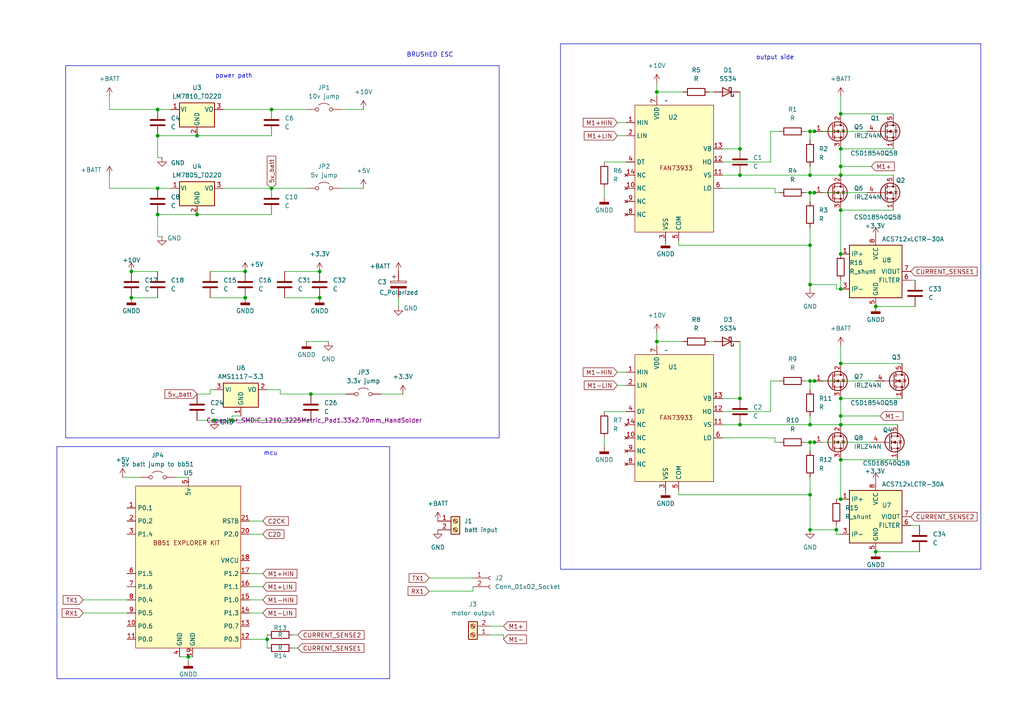
<source format=kicad_sch>
(kicad_sch (version 20231120) (generator "eeschema") (generator_version "8.0")
  (paper "A4")
  (title_block (title "brushed esc") (date "2024-09-01") (rev "2") (company "MakrX"))
  (lib_symbols
    (symbol "Connector:Conn_01x02_Socket" (pin_names (offset 1.016) hide)
      (property "Reference" "J" (at 0 2.54 0))
      (property "Value" "Conn_01x02_Socket" (at 0 -5.08 0))
      (symbol "Conn_01x02_Socket_1_1"
        (pin passive line (at -5.08 0 0) (length 3.81) (name "Pin_1") (number "1"))
        (pin passive line (at -5.08 -2.54 0) (length 3.81) (name "Pin_2") (number "2"))
      )
    )
    (symbol "Connector:Screw_Terminal_01x02" (pin_names (offset 1.016) hide)
      (property "Reference" "J" (at 0 2.54 0))
      (property "Value" "Screw_Terminal_01x02" (at 0 -5.08 0))
      (symbol "Screw_Terminal_01x02_1_1"
        (pin passive line (at -5.08 0 0) (length 3.81) (name "Pin_1") (number "1"))
        (pin passive line (at -5.08 -2.54 0) (length 3.81) (name "Pin_2") (number "2"))
      )
    )
    (symbol "Device:C" (pin_numbers hide) (pin_names (offset 0.254))
      (property "Reference" "C" (at 0.635 2.54 0))
      (property "Value" "C" (at 0.635 -2.54 0))
      (symbol "C_1_1"
        (pin passive line (at 0 3.81 270) (length 2.794) (name "~") (number "1"))
        (pin passive line (at 0 -3.81 90) (length 2.794) (name "~") (number "2"))
      )
    )
    (symbol "Device:C_Polarized" (pin_numbers hide) (pin_names (offset 0.254))
      (property "Reference" "C" (at 0.635 2.54 0))
      (property "Value" "C_Polarized" (at 0.635 -2.54 0))
      (symbol "C_Polarized_1_1"
        (pin passive line (at 0 3.81 270) (length 2.794) (name "~") (number "1"))
        (pin passive line (at 0 -3.81 90) (length 2.794) (name "~") (number "2"))
      )
    )
    (symbol "Device:R" (pin_numbers hide) (pin_names (offset 0))
      (property "Reference" "R" (at 2.032 0 90))
      (property "Value" "R" (at 0 0 90))
      (symbol "R_1_1"
        (pin passive line (at 0 3.81 270) (length 1.27) (name "~") (number "1"))
        (pin passive line (at 0 -3.81 90) (length 1.27) (name "~") (number "2"))
      )
    )
    (symbol "Diode:SS34" (pin_numbers hide) (pin_names (offset 1.016) hide)
      (property "Reference" "D" (at 0 2.54 0))
      (property "Value" "SS34" (at 0 -2.54 0))
      (symbol "SS34_1_1"
        (pin passive line (at -3.81 0 0) (length 2.54) (name "K") (number "1"))
        (pin passive line (at 3.81 0 180) (length 2.54) (name "A") (number "2"))
      )
    )
    (symbol "Jumper:Jumper_2_Open" (pin_numbers hide) (pin_names (offset 0) hide) (exclude_from_sim yes)
      (property "Reference" "JP" (at 0 2.794 0))
      (property "Value" "Jumper_2_Open" (at 0 -2.286 0))
      (symbol "Jumper_2_Open_1_1"
        (pin passive line (at -5.08 0 0) (length 2.54) (name "A") (number "1"))
        (pin passive line (at 5.08 0 180) (length 2.54) (name "B") (number "2"))
      )
    )
    (symbol "OWN:bb51"
      (property "Reference" "U" (at 9.906 -11.43 0))
      (symbol "bb51_1_1"
        (text "BB51 EXPLORER KIT\n" (at 9.652 -16.51 0) (effects (font (size 1.27 1.27))))
        (pin bidirectional line (at -7.62 -6.35 0) (length 2.54) (name "P0.1") (number "1"))
        (pin bidirectional line (at -7.62 -40.64 0) (length 2.54) (name "P0.6") (number "10"))
        (pin bidirectional line (at -7.62 -44.45 0) (length 2.54) (name "P0.0") (number "11"))
        (pin bidirectional line (at 27.94 -44.45 180) (length 2.54) (name "P0.3") (number "12"))
        (pin bidirectional line (at 27.94 -40.64 180) (length 2.54) (name "P0.7") (number "13"))
        (pin bidirectional line (at 27.94 -36.83 180) (length 2.54) (name "P1.3") (number "14"))
        (pin bidirectional line (at 27.94 -33.02 180) (length 2.54) (name "P1.0") (number "15"))
        (pin bidirectional line (at 27.94 -29.21 180) (length 2.54) (name "P1.1") (number "16"))
        (pin bidirectional line (at 27.94 -25.4 180) (length 2.54) (name "P1.2") (number "17"))
        (pin bidirectional line (at 27.94 -21.59 180) (length 2.54) (name "VMCU") (number "18"))
        (pin bidirectional line (at 11.43 -49.53 90) (length 2.54) (name "GND") (number "19"))
        (pin bidirectional line (at -7.62 -10.16 0) (length 2.54) (name "P0.2") (number "2"))
        (pin bidirectional line (at 27.94 -13.97 180) (length 2.54) (name "P2.0") (number "20"))
        (pin bidirectional line (at 27.94 -10.16 180) (length 2.54) (name "RSTB") (number "21"))
        (pin bidirectional line (at -7.62 -13.97 0) (length 2.54) (name "P1.4") (number "3"))
        (pin bidirectional line (at 7.62 -49.53 90) (length 2.54) (name "GND") (number "4"))
        (pin bidirectional line (at 10.16 2.54 270) (length 2.54) (name "5v") (number "5"))
        (pin bidirectional line (at -7.62 -25.4 0) (length 2.54) (name "P1.5") (number "6"))
        (pin bidirectional line (at -7.62 -29.21 0) (length 2.54) (name "P1.6") (number "7"))
        (pin bidirectional line (at -7.62 -33.02 0) (length 2.54) (name "P0.4") (number "8"))
        (pin bidirectional line (at -7.62 -36.83 0) (length 2.54) (name "P0.5") (number "9"))
      )
    )
    (symbol "Regulator_Linear:AMS1117-3.3"
      (property "Reference" "U" (at -3.81 3.175 0))
      (property "Value" "AMS1117-3.3" (at 0 3.175 0))
      (symbol "AMS1117-3.3_1_1"
        (pin power_in line (at 0 -7.62 90) (length 2.54) (name "GND") (number "1"))
        (pin power_out line (at 7.62 0 180) (length 2.54) (name "VO") (number "2"))
        (pin power_in line (at -7.62 0 0) (length 2.54) (name "VI") (number "3"))
      )
    )
    (symbol "Regulator_Linear:LM7810_TO220" (pin_names (offset 0.254))
      (property "Reference" "U" (at -3.81 3.175 0))
      (property "Value" "LM7810_TO220" (at 0 3.175 0))
      (symbol "LM7810_TO220_1_1"
        (pin power_in line (at -7.62 0 0) (length 2.54) (name "VI") (number "1"))
        (pin power_in line (at 0 -7.62 90) (length 2.54) (name "GND") (number "2"))
        (pin power_out line (at 7.62 0 180) (length 2.54) (name "VO") (number "3"))
      )
    )
    (symbol "Sensor_Current:ACS712xLCTR-30A"
      (property "Reference" "U" (at 2.54 11.43 0))
      (property "Value" "ACS712xLCTR-30A" (at 2.54 8.89 0))
      (symbol "ACS712xLCTR-30A_1_1"
        (pin passive line (at -10.16 5.08 0) (length 2.54) (name "IP+") (number "1"))
        (pin passive line (at -10.16 5.08 0) (length 2.54) hide (name "IP+") (number "2"))
        (pin passive line (at -10.16 -5.08 0) (length 2.54) (name "IP-") (number "3"))
        (pin passive line (at -10.16 -5.08 0) (length 2.54) hide (name "IP-") (number "4"))
        (pin power_in line (at 0 -10.16 90) (length 2.54) (name "GND") (number "5"))
        (pin passive line (at 10.16 -2.54 180) (length 2.54) (name "FILTER") (number "6"))
        (pin output line (at 10.16 0 180) (length 2.54) (name "VIOUT") (number "7"))
        (pin power_in line (at 0 10.16 270) (length 2.54) (name "VCC") (number "8"))
      )
    )
    (symbol "Transistor_FET:CSD18540Q5B" (pin_names hide)
      (property "Reference" "Q" (at 5.08 1.905 0))
      (property "Value" "CSD18540Q5B" (at 5.08 0 0))
      (symbol "CSD18540Q5B_1_1"
        (pin passive line (at 2.54 -5.08 90) (length 2.54) (name "S") (number "1"))
        (pin passive line (at 2.54 -5.08 90) (length 2.54) hide (name "S") (number "2"))
        (pin passive line (at 2.54 -5.08 90) (length 2.54) hide (name "S") (number "3"))
        (pin passive line (at -5.08 0 0) (length 2.54) (name "G") (number "4"))
        (pin passive line (at 2.54 5.08 270) (length 2.54) (name "D") (number "5"))
      )
    )
    (symbol "Transistor_FET:IRLZ44N" (pin_names hide)
      (property "Reference" "Q" (at 5.08 1.905 0))
      (property "Value" "IRLZ44N" (at 5.08 0 0))
      (symbol "IRLZ44N_1_1"
        (pin input line (at -5.08 0 0) (length 2.54) (name "G") (number "1"))
        (pin passive line (at 2.54 5.08 270) (length 2.54) (name "D") (number "2"))
        (pin passive line (at 2.54 -5.08 90) (length 2.54) (name "S") (number "3"))
      )
    )
    (symbol "fan73933gatedriveric_1"
      (property "Reference" "U" (at 14.986 1.524 0))
      (symbol "fan73933gatedriveric_1_1_1"
        (text "FAN73933\n" (at 6.858 -18.288 0) (effects (font (size 1.27 1.27))))
        (pin input line (at -7.62 -5.08 0) (length 2.54) (name "HIN") (number "1"))
        (pin no_connect line (at -7.62 -24.13 0) (length 2.54) (name "NC") (number "10"))
        (pin input line (at 20.32 -20.32 180) (length 2.54) (name "VS") (number "11"))
        (pin output line (at 20.32 -16.51 180) (length 2.54) (name "HO") (number "12"))
        (pin output line (at 20.32 -12.7 180) (length 2.54) (name "VB") (number "13"))
        (pin no_connect line (at -7.62 -20.32 0) (length 2.54) (name "NC") (number "14"))
        (pin input line (at -7.62 -8.89 0) (length 2.54) (name "LIN") (number "2"))
        (pin passive line (at 3.81 -39.37 90) (length 2.54) (name "VSS") (number "3"))
        (pin passive line (at -7.62 -16.51 0) (length 2.54) (name "DT") (number "4"))
        (pin passive line (at 7.62 -39.37 90) (length 2.54) (name "COM") (number "5"))
        (pin passive line (at 20.32 -24.13 180) (length 2.54) (name "LO") (number "6"))
        (pin power_in line (at 1.27 2.54 270) (length 2.54) (name "VDD") (number "7"))
        (pin no_connect line (at -7.62 -31.75 0) (length 2.54) (name "NC") (number "8"))
        (pin no_connect line (at -7.62 -27.94 0) (length 2.54) (name "NC") (number "9"))
      )
    )
    (symbol "power:+10V" (power) (pin_numbers hide) (pin_names (offset 0) hide)
      (property "Value" "+10V" (at 0 3.556 0))
      (symbol "+10V_1_1"
        (pin power_in line (at 0 0 90) (length 0) (name "~") (number "1"))
      )
    )
    (symbol "power:+3.3V" (power) (pin_numbers hide) (pin_names (offset 0) hide)
      (property "Value" "+3.3V" (at 0 3.556 0))
      (symbol "+3.3V_1_1"
        (pin power_in line (at 0 0 90) (length 0) (name "~") (number "1"))
      )
    )
    (symbol "power:+5V" (power) (pin_numbers hide) (pin_names (offset 0) hide)
      (property "Value" "+5V" (at 0 3.556 0))
      (symbol "+5V_1_1"
        (pin power_in line (at 0 0 90) (length 0) (name "~") (number "1"))
      )
    )
    (symbol "power:+BATT" (power) (pin_numbers hide) (pin_names (offset 0) hide)
      (property "Value" "+BATT" (at 0 3.556 0))
      (symbol "+BATT_1_1"
        (pin power_in line (at 0 0 90) (length 0) (name "~") (number "1"))
      )
    )
    (symbol "power:GND" (power) (pin_numbers hide) (pin_names (offset 0) hide)
      (property "Value" "GND" (at 0 -3.81 0))
      (symbol "GND_1_1"
        (pin power_in line (at 0 0 270) (length 0) (name "~") (number "1"))
      )
    )
    (symbol "power:GNDD" (power) (pin_numbers hide) (pin_names (offset 0) hide)
      (property "Value" "GNDD" (at 0 -3.175 0))
      (symbol "GNDD_1_1"
        (pin power_in line (at 0 0 270) (length 0) (name "~") (number "1"))
      )
    )
  )
  (junction (at 254 160.02))
  (junction (at 243.84 133.35))
  (junction (at 242.57 153.67))
  (junction (at 78.74 31.75))
  (junction (at 62.23 121.92))
  (junction (at 243.84 144.78))
  (junction (at 243.84 33.02))
  (junction (at 57.15 62.23))
  (junction (at 234.95 123.19))
  (junction (at 54.61 190.5))
  (junction (at 90.17 114.3))
  (junction (at 71.12 86.36))
  (junction (at 57.15 39.37))
  (junction (at 234.95 38.1))
  (junction (at 67.31 121.92))
  (junction (at 78.74 54.61))
  (junction (at 236.22 55.88))
  (junction (at 234.95 153.67))
  (junction (at 236.22 38.1))
  (junction (at 234.95 50.8))
  (junction (at 214.63 115.57))
  (junction (at 190.5 26.67))
  (junction (at 243.84 73.66))
  (junction (at 236.22 110.49))
  (junction (at 254 88.9))
  (junction (at 214.63 123.19))
  (junction (at 38.1 78.74))
  (junction (at 45.72 31.75))
  (junction (at 243.84 50.8))
  (junction (at 243.84 60.96))
  (junction (at 45.72 54.61))
  (junction (at 190.5 99.06))
  (junction (at 214.63 50.8))
  (junction (at 77.47 185.42))
  (junction (at 243.84 115.57))
  (junction (at 243.84 120.65))
  (junction (at 234.95 71.12))
  (junction (at 243.84 83.82))
  (junction (at 234.95 82.55))
  (junction (at 243.84 123.19))
  (junction (at 234.95 128.27))
  (junction (at 45.72 62.23))
  (junction (at 234.95 110.49))
  (junction (at 71.12 78.74))
  (junction (at 243.84 48.26))
  (junction (at 234.95 143.51))
  (junction (at 38.1 86.36))
  (junction (at 243.84 105.41))
  (junction (at 236.22 128.27))
  (junction (at 243.84 43.18))
  (junction (at 92.71 86.36))
  (junction (at 45.72 39.37))
  (junction (at 92.71 78.74))
  (junction (at 234.95 55.88))
  (junction (at 214.63 43.18))
  (wire (pts (xy 78.74 54.61) (xy 88.9 54.61)))
  (wire (pts (xy 60.96 78.74) (xy 71.12 78.74)))
  (wire (pts (xy 190.5 99.06) (xy 190.5 100.33)))
  (wire (pts (xy 146.05 184.15) (xy 146.05 185.42)))
  (wire (pts (xy 233.68 55.88) (xy 234.95 55.88)))
  (wire (pts (xy 77.47 185.42) (xy 77.47 187.96)))
  (wire (pts (xy 243.84 100.33) (xy 243.84 105.41)))
  (wire (pts (xy 81.28 113.03) (xy 81.28 114.3)))
  (wire (pts (xy 224.79 54.61) (xy 224.79 55.88)))
  (wire (pts (xy 124.46 171.45) (xy 137.16 171.45)))
  (wire (pts (xy 50.8 138.43) (xy 54.61 138.43)))
  (wire (pts (xy 261.62 115.57) (xy 243.84 115.57)))
  (wire (pts (xy 233.68 38.1) (xy 234.95 38.1)))
  (wire (pts (xy 205.74 26.67) (xy 207.01 26.67)))
  (wire (pts (xy 243.84 60.96) (xy 243.84 73.66)))
  (wire (pts (xy 234.95 120.65) (xy 234.95 123.19)))
  (wire (pts (xy 72.39 166.37) (xy 76.2 166.37)))
  (wire (pts (xy 45.72 45.72) (xy 45.72 39.37)))
  (wire (pts (xy 24.13 173.99) (xy 36.83 173.99)))
  (wire (pts (xy 45.72 54.61) (xy 49.53 54.61)))
  (wire (pts (xy 234.95 71.12) (xy 234.95 82.55)))
  (wire (pts (xy 209.55 50.8) (xy 214.63 50.8)))
  (wire (pts (xy 190.5 99.06) (xy 198.12 99.06)))
  (wire (pts (xy 233.68 128.27) (xy 234.95 128.27)))
  (wire (pts (xy 226.06 110.49) (xy 223.52 110.49)))
  (wire (pts (xy 252.73 128.27) (xy 236.22 128.27)))
  (wire (pts (xy 223.52 46.99) (xy 209.55 46.99)))
  (wire (pts (xy 264.16 81.28) (xy 265.43 81.28)))
  (wire (pts (xy 234.95 55.88) (xy 236.22 55.88)))
  (wire (pts (xy 196.85 71.12) (xy 196.85 69.85)))
  (wire (pts (xy 243.84 120.65) (xy 243.84 123.19)))
  (wire (pts (xy 233.68 110.49) (xy 234.95 110.49)))
  (wire (pts (xy 205.74 99.06) (xy 207.01 99.06)))
  (wire (pts (xy 242.57 154.94) (xy 242.57 153.67)))
  (wire (pts (xy 242.57 144.78) (xy 243.84 144.78)))
  (wire (pts (xy 72.39 173.99) (xy 76.2 173.99)))
  (wire (pts (xy 99.06 54.61) (xy 105.41 54.61)))
  (wire (pts (xy 54.61 190.5) (xy 55.88 190.5)))
  (wire (pts (xy 60.96 113.03) (xy 60.96 114.3)))
  (wire (pts (xy 81.28 114.3) (xy 90.17 114.3)))
  (wire (pts (xy 90.17 114.3) (xy 100.33 114.3)))
  (wire (pts (xy 209.55 43.18) (xy 214.63 43.18)))
  (wire (pts (xy 124.46 167.64) (xy 137.16 167.64)))
  (wire (pts (xy 234.95 128.27) (xy 236.22 128.27)))
  (wire (pts (xy 45.72 39.37) (xy 57.15 39.37)))
  (wire (pts (xy 214.63 99.06) (xy 214.63 115.57)))
  (wire (pts (xy 38.1 78.74) (xy 45.72 78.74)))
  (wire (pts (xy 234.95 38.1) (xy 234.95 40.64)))
  (wire (pts (xy 57.15 39.37) (xy 78.74 39.37)))
  (wire (pts (xy 234.95 55.88) (xy 234.95 58.42)))
  (wire (pts (xy 190.5 96.52) (xy 190.5 99.06)))
  (wire (pts (xy 226.06 38.1) (xy 223.52 38.1)))
  (wire (pts (xy 223.52 110.49) (xy 223.52 119.38)))
  (wire (pts (xy 72.39 170.18) (xy 76.2 170.18)))
  (wire (pts (xy 99.06 31.75) (xy 105.41 31.75)))
  (wire (pts (xy 190.5 26.67) (xy 190.5 27.94)))
  (wire (pts (xy 85.09 187.96) (xy 86.36 187.96)))
  (wire (pts (xy 254 160.02) (xy 266.7 160.02)))
  (wire (pts (xy 88.9 99.06) (xy 95.25 99.06)))
  (wire (pts (xy 72.39 177.8) (xy 76.2 177.8)))
  (wire (pts (xy 234.95 110.49) (xy 234.95 113.03)))
  (wire (pts (xy 234.95 123.19) (xy 243.84 123.19)))
  (wire (pts (xy 243.84 154.94) (xy 242.57 154.94)))
  (wire (pts (xy 196.85 143.51) (xy 234.95 143.51)))
  (wire (pts (xy 243.84 115.57) (xy 243.84 120.65)))
  (wire (pts (xy 259.08 60.96) (xy 243.84 60.96)))
  (wire (pts (xy 137.16 170.18) (xy 137.16 171.45)))
  (wire (pts (xy 67.31 121.92) (xy 90.17 121.92)))
  (wire (pts (xy 54.61 191.77) (xy 54.61 190.5)))
  (wire (pts (xy 72.39 154.94) (xy 76.2 154.94)))
  (wire (pts (xy 62.23 121.92) (xy 67.31 121.92)))
  (wire (pts (xy 243.84 81.28) (xy 243.84 83.82)))
  (wire (pts (xy 243.84 83.82) (xy 242.57 83.82)))
  (wire (pts (xy 234.95 110.49) (xy 236.22 110.49)))
  (wire (pts (xy 38.1 86.36) (xy 45.72 86.36)))
  (wire (pts (xy 234.95 38.1) (xy 236.22 38.1)))
  (wire (pts (xy 31.75 54.61) (xy 45.72 54.61)))
  (wire (pts (xy 234.95 50.8) (xy 243.84 50.8)))
  (wire (pts (xy 72.39 151.13) (xy 76.2 151.13)))
  (wire (pts (xy 45.72 31.75) (xy 49.53 31.75)))
  (wire (pts (xy 214.63 26.67) (xy 214.63 43.18)))
  (wire (pts (xy 214.63 123.19) (xy 234.95 123.19)))
  (wire (pts (xy 190.5 26.67) (xy 198.12 26.67)))
  (wire (pts (xy 179.07 111.76) (xy 181.61 111.76)))
  (wire (pts (xy 259.08 43.18) (xy 243.84 43.18)))
  (wire (pts (xy 242.57 83.82) (xy 242.57 82.55)))
  (wire (pts (xy 57.15 62.23) (xy 78.74 62.23)))
  (wire (pts (xy 82.55 86.36) (xy 92.71 86.36)))
  (wire (pts (xy 251.46 55.88) (xy 236.22 55.88)))
  (wire (pts (xy 179.07 35.56) (xy 181.61 35.56)))
  (wire (pts (xy 78.74 31.75) (xy 88.9 31.75)))
  (wire (pts (xy 57.15 121.92) (xy 62.23 121.92)))
  (wire (pts (xy 243.84 133.35) (xy 260.35 133.35)))
  (wire (pts (xy 31.75 27.94) (xy 31.75 31.75)))
  (wire (pts (xy 243.84 27.94) (xy 243.84 33.02)))
  (wire (pts (xy 24.13 177.8) (xy 36.83 177.8)))
  (wire (pts (xy 234.95 82.55) (xy 234.95 83.82)))
  (wire (pts (xy 196.85 71.12) (xy 234.95 71.12)))
  (wire (pts (xy 69.85 120.65) (xy 67.31 120.65)))
  (wire (pts (xy 243.84 48.26) (xy 243.84 50.8)))
  (wire (pts (xy 45.72 62.23) (xy 57.15 62.23)))
  (wire (pts (xy 115.57 86.36) (xy 115.57 88.9)))
  (wire (pts (xy 142.24 181.61) (xy 146.05 181.61)))
  (wire (pts (xy 259.08 33.02) (xy 243.84 33.02)))
  (wire (pts (xy 223.52 38.1) (xy 223.52 46.99)))
  (wire (pts (xy 175.26 119.38) (xy 181.61 119.38)))
  (wire (pts (xy 209.55 54.61) (xy 224.79 54.61)))
  (wire (pts (xy 209.55 127) (xy 224.79 127)))
  (wire (pts (xy 46.99 68.58) (xy 45.72 68.58)))
  (wire (pts (xy 252.73 48.26) (xy 243.84 48.26)))
  (wire (pts (xy 72.39 185.42) (xy 77.47 185.42)))
  (wire (pts (xy 243.84 120.65) (xy 255.27 120.65)))
  (wire (pts (xy 259.08 50.8) (xy 243.84 50.8)))
  (wire (pts (xy 190.5 24.13) (xy 190.5 26.67)))
  (wire (pts (xy 260.35 123.19) (xy 243.84 123.19)))
  (wire (pts (xy 45.72 68.58) (xy 45.72 62.23)))
  (wire (pts (xy 31.75 50.8) (xy 31.75 54.61)))
  (wire (pts (xy 209.55 123.19) (xy 214.63 123.19)))
  (wire (pts (xy 179.07 39.37) (xy 181.61 39.37)))
  (wire (pts (xy 234.95 48.26) (xy 234.95 50.8)))
  (wire (pts (xy 35.56 138.43) (xy 40.64 138.43)))
  (wire (pts (xy 242.57 153.67) (xy 234.95 153.67)))
  (wire (pts (xy 77.47 184.15) (xy 77.47 185.42)))
  (wire (pts (xy 60.96 86.36) (xy 71.12 86.36)))
  (wire (pts (xy 82.55 78.74) (xy 92.71 78.74)))
  (wire (pts (xy 254 88.9) (xy 265.43 88.9)))
  (wire (pts (xy 46.99 45.72) (xy 45.72 45.72)))
  (wire (pts (xy 223.52 119.38) (xy 209.55 119.38)))
  (wire (pts (xy 242.57 82.55) (xy 234.95 82.55)))
  (wire (pts (xy 243.84 43.18) (xy 243.84 48.26)))
  (wire (pts (xy 77.47 113.03) (xy 81.28 113.03)))
  (wire (pts (xy 234.95 138.43) (xy 234.95 143.51)))
  (wire (pts (xy 67.31 120.65) (xy 67.31 121.92)))
  (wire (pts (xy 214.63 50.8) (xy 234.95 50.8)))
  (wire (pts (xy 254 110.49) (xy 236.22 110.49)))
  (wire (pts (xy 224.79 55.88) (xy 226.06 55.88)))
  (wire (pts (xy 60.96 114.3) (xy 57.15 114.3)))
  (wire (pts (xy 60.96 113.03) (xy 62.23 113.03)))
  (wire (pts (xy 85.09 184.15) (xy 86.36 184.15)))
  (wire (pts (xy 234.95 66.04) (xy 234.95 71.12)))
  (wire (pts (xy 242.57 152.4) (xy 242.57 153.67)))
  (wire (pts (xy 110.49 114.3) (xy 116.84 114.3)))
  (wire (pts (xy 196.85 143.51) (xy 196.85 142.24)))
  (wire (pts (xy 261.62 105.41) (xy 243.84 105.41)))
  (wire (pts (xy 142.24 184.15) (xy 146.05 184.15)))
  (wire (pts (xy 175.26 54.61) (xy 175.26 57.15)))
  (wire (pts (xy 52.07 190.5) (xy 54.61 190.5)))
  (wire (pts (xy 264.16 152.4) (xy 266.7 152.4)))
  (wire (pts (xy 224.79 127) (xy 224.79 128.27)))
  (wire (pts (xy 243.84 133.35) (xy 243.84 144.78)))
  (wire (pts (xy 251.46 38.1) (xy 236.22 38.1)))
  (wire (pts (xy 179.07 107.95) (xy 181.61 107.95)))
  (wire (pts (xy 31.75 31.75) (xy 45.72 31.75)))
  (wire (pts (xy 64.77 54.61) (xy 78.74 54.61)))
  (wire (pts (xy 64.77 31.75) (xy 78.74 31.75)))
  (wire (pts (xy 209.55 115.57) (xy 214.63 115.57)))
  (wire (pts (xy 234.95 128.27) (xy 234.95 130.81)))
  (wire (pts (xy 224.79 128.27) (xy 226.06 128.27)))
  (wire (pts (xy 234.95 153.67) (xy 234.95 143.51)))
  (wire (pts (xy 175.26 127) (xy 175.26 129.54)))
  (wire (pts (xy 175.26 46.99) (xy 181.61 46.99)))
  (rectangle (start 16.51 129.54) (end 113.03 196.85))
  (rectangle (start 162.56 12.7) (end 284.48 165.1))
  (rectangle (start 19.05 19.05) (end 144.78 127))
  (text "BRUSHED ESC" (at 124.714 16.002 0) (effects (font (size 1.27 1.27))))
  (text "output side\n" (at 224.79 16.764 0) (effects (font (size 1.27 1.27))))
  (text "power path\n\n" (at 67.818 23.114 0) (effects (font (size 1.27 1.27))))
  (text "mcu\n" (at 78.486 131.572 0) (effects (font (size 1.27 1.27))))
  (global_label "RX1" (shape input) (at 24.13 177.8 180) (property "Intersheetrefs" "${INTERSHEET_REFS}" (effects (hide yes))))
  (global_label "TX1" (shape input) (at 124.46 167.64 180) (property "Intersheetrefs" "${INTERSHEET_REFS}" (effects (hide yes))))
  (global_label "CURRENT_SENSE2" (shape input) (at 264.16 149.86 0) (property "Intersheetrefs" "${INTERSHEET_REFS}" (effects (hide yes))))
  (global_label "CURRENT_SENSE1" (shape input) (at 264.16 78.74 0) (property "Intersheetrefs" "${INTERSHEET_REFS}" (effects (hide yes))))
  (global_label "M1+LIN" (shape input) (at 76.2 170.18 0) (property "Intersheetrefs" "${INTERSHEET_REFS}" (effects (hide yes))))
  (global_label "M1-" (shape input) (at 146.05 185.42 0) (property "Intersheetrefs" "${INTERSHEET_REFS}" (effects (hide yes))))
  (global_label "M1-HIN" (shape input) (at 179.07 107.95 180) (property "Intersheetrefs" "${INTERSHEET_REFS}" (effects (hide yes))))
  (global_label "TX1" (shape input) (at 24.13 173.99 180) (property "Intersheetrefs" "${INTERSHEET_REFS}" (effects (hide yes))))
  (global_label "CURRENT_SENSE2" (shape input) (at 86.36 184.15 0) (property "Intersheetrefs" "${INTERSHEET_REFS}" (effects (hide yes))))
  (global_label "C2D" (shape input) (at 76.2 154.94 0) (property "Intersheetrefs" "${INTERSHEET_REFS}" (effects (hide yes))))
  (global_label "RX1" (shape input) (at 124.46 171.45 180) (property "Intersheetrefs" "${INTERSHEET_REFS}" (effects (hide yes))))
  (global_label "M1-LIN" (shape input) (at 76.2 177.8 0) (property "Intersheetrefs" "${INTERSHEET_REFS}" (effects (hide yes))))
  (global_label "M1+LIN" (shape input) (at 179.07 39.37 180) (property "Intersheetrefs" "${INTERSHEET_REFS}" (effects (hide yes))))
  (global_label "C2CK" (shape input) (at 76.2 151.13 0) (property "Intersheetrefs" "${INTERSHEET_REFS}" (effects (hide yes))))
  (global_label "5v_batt" (shape input) (at 78.74 54.61 90) (property "Intersheetrefs" "${INTERSHEET_REFS}" (effects (hide yes))))
  (global_label "M1-HIN" (shape input) (at 76.2 173.99 0) (property "Intersheetrefs" "${INTERSHEET_REFS}" (effects (hide yes))))
  (global_label "M1+" (shape input) (at 252.73 48.26 0) (property "Intersheetrefs" "${INTERSHEET_REFS}" (effects (hide yes))))
  (global_label "M1+HIN" (shape input) (at 76.2 166.37 0) (property "Intersheetrefs" "${INTERSHEET_REFS}" (effects (hide yes))))
  (global_label "M1+" (shape input) (at 146.05 181.61 0) (property "Intersheetrefs" "${INTERSHEET_REFS}" (effects (hide yes))))
  (global_label "CURRENT_SENSE1" (shape input) (at 86.36 187.96 0) (property "Intersheetrefs" "${INTERSHEET_REFS}" (effects (hide yes))))
  (global_label "M1+HIN" (shape input) (at 179.07 35.56 180) (property "Intersheetrefs" "${INTERSHEET_REFS}" (effects (hide yes))))
  (global_label "5v_batt" (shape input) (at 57.15 114.3 180) (property "Intersheetrefs" "${INTERSHEET_REFS}" (effects (hide yes))))
  (global_label "M1-LIN" (shape input) (at 179.07 111.76 180) (property "Intersheetrefs" "${INTERSHEET_REFS}" (effects (hide yes))))
  (global_label "M1-" (shape input) (at 255.27 120.65 0) (property "Intersheetrefs" "${INTERSHEET_REFS}" (effects (hide yes))))
  (symbol (lib_id "Device:C") (at 45.72 58.42 0) (unit 1)
    (property "Reference" "C8" (at 49.53 57.1499 0) (effects (justify left)))
    (property "Value" "C" (at 49.53 59.6899 0) (effects (justify left)))
    (property "Footprint" "Capacitor_SMD:C_1825_4564Metric_Pad1.57x6.80mm_HandSolder" (effects (hide yes)))
    (property "Description" "Unpolarized capacitor" (effects (hide yes)))
  )
  (symbol (lib_id "power:GND") (at 127 153.67 0) (unit 1)
    (property "Reference" "#PWR034" (effects (hide yes)))
    (property "Value" "GND" (at 127 158.75 0))
    (property "Description" "Power symbol creates a global label with name \"GND\" , ground" (effects (hide yes)))
  )
  (symbol (lib_id "power:+BATT") (at 31.75 27.94 0) (unit 1)
    (property "Reference" "#PWR013" (effects (hide yes)))
    (property "Value" "+BATT" (at 31.75 22.86 0))
    (property "Description" "Power symbol creates a global label with name \"+BATT\"" (effects (hide yes)))
  )
  (symbol (lib_id "Transistor_FET:CSD18540Q5B") (at 256.54 38.1 0) (unit 1)
    (property "Reference" "Q1" (at 252.476 34.29 0) (effects (justify left)))
    (property "Value" "CSD18540Q5B" (at 246.634 44.45 0) (effects (justify left)))
    (property "Footprint" "Package_SON:Infineon_PG-TDSON-8_6.15x5.15mm" (effects (hide yes)))
    (property "Datasheet" "http://www.ti.com/lit/gpn/csd18540q5b" (effects (hide yes)))
    (property "Description" "100A Id, 60V Vds, NexFET N-Channel Power MOSFET, 2.2mOhm Ron, 41nC Qg(typ), SON8 5x6mm" (effects (hide yes)))
  )
  (symbol (lib_id "Jumper:Jumper_2_Open") (at 105.41 114.3 0) (unit 1) (exclude_from_sim yes)
    (property "Reference" "JP3" (at 105.41 107.95 0))
    (property "Value" "3.3v jump" (at 105.41 110.49 0))
    (property "Footprint" "Jumper:SolderJumper-2_P1.3mm_Open_TrianglePad1.0x1.5mm" (effects (hide yes)))
    (property "Description" "Jumper, 2-pole, open" (effects (hide yes)))
  )
  (symbol (lib_id "Device:C") (at 266.7 156.21 0) (unit 1)
    (property "Reference" "C34" (at 270.51 154.9399 0) (effects (justify left)))
    (property "Value" "C" (at 270.51 157.4799 0) (effects (justify left)))
    (property "Footprint" "Capacitor_SMD:C_1206_3216Metric_Pad1.33x1.80mm_HandSolder" (effects (hide yes)))
    (property "Description" "Unpolarized capacitor" (effects (hide yes)))
  )
  (symbol (lib_id "Device:C") (at 82.55 82.55 0) (unit 1)
    (property "Reference" "C31" (at 86.36 81.2799 0) (effects (justify left)))
    (property "Value" "C" (at 86.36 83.8199 0) (effects (justify left)))
    (property "Footprint" "Capacitor_SMD:C_1206_3216Metric_Pad1.33x1.80mm_HandSolder" (effects (hide yes)))
    (property "Description" "Unpolarized capacitor" (effects (hide yes)))
  )
  (symbol (lib_id "power:GND") (at 234.95 153.67 0) (unit 1)
    (property "Reference" "#PWR011" (effects (hide yes)))
    (property "Value" "GND" (at 234.95 158.75 0))
    (property "Description" "Power symbol creates a global label with name \"GND\" , ground" (effects (hide yes)))
  )
  (symbol (lib_id "Device:R") (at 81.28 187.96 90) (unit 1)
    (property "Reference" "R14" (at 81.28 190.246 90))
    (property "Value" "R" (at 81.28 187.96 90))
    (property "Footprint" "Resistor_SMD:R_1206_3216Metric_Pad1.30x1.75mm_HandSolder" (effects (hide yes)))
    (property "Description" "Resistor" (effects (hide yes)))
  )
  (symbol (lib_id "power:+BATT") (at 243.84 100.33 0) (unit 1)
    (property "Reference" "#PWR012" (effects (hide yes)))
    (property "Value" "+BATT" (at 243.84 95.25 0))
    (property "Description" "Power symbol creates a global label with name \"+BATT\"" (effects (hide yes)))
  )
  (symbol (lib_id "Device:R") (at 201.93 26.67 90) (unit 1)
    (property "Reference" "R5" (at 201.93 20.32 90))
    (property "Value" "R" (at 201.93 22.86 90))
    (property "Footprint" "Resistor_SMD:R_1206_3216Metric_Pad1.30x1.75mm_HandSolder" (effects (hide yes)))
    (property "Description" "Resistor" (effects (hide yes)))
  )
  (symbol (lib_id "Device:R") (at 234.95 44.45 0) (unit 1)
    (property "Reference" "R2" (at 237.49 43.1799 0) (effects (justify left)))
    (property "Value" "R" (at 237.49 45.7199 0) (effects (justify left)))
    (property "Footprint" "Resistor_SMD:R_1206_3216Metric_Pad1.30x1.75mm_HandSolder" (effects (hide yes)))
    (property "Description" "Resistor" (effects (hide yes)))
  )
  (symbol (lib_id "Device:C") (at 45.72 82.55 0) (unit 1)
    (property "Reference" "C18" (at 49.53 81.2799 0) (effects (justify left)))
    (property "Value" "C" (at 49.53 83.8199 0) (effects (justify left)))
    (property "Footprint" "Capacitor_SMD:C_1206_3216Metric_Pad1.33x1.80mm_HandSolder" (effects (hide yes)))
    (property "Description" "Unpolarized capacitor" (effects (hide yes)))
  )
  (symbol (lib_id "power:GNDD") (at 175.26 129.54 0) (unit 1)
    (property "Reference" "#PWR08" (effects (hide yes)))
    (property "Value" "GNDD" (at 175.26 133.35 0))
    (property "Description" "Power symbol creates a global label with name \"GNDD\" , digital ground" (effects (hide yes)))
  )
  (symbol (lib_id "power:GNDD") (at 54.61 191.77 0) (unit 1)
    (property "Reference" "#PWR029" (effects (hide yes)))
    (property "Value" "GNDD" (at 54.61 195.58 0))
    (property "Description" "Power symbol creates a global label with name \"GNDD\" , digital ground" (effects (hide yes)))
  )
  (symbol (lib_id "Sensor_Current:ACS712xLCTR-30A") (at 254 78.74 0) (unit 1)
    (property "Reference" "U8" (at 255.778 75.438 0) (effects (justify left)))
    (property "Value" "ACS712xLCTR-30A" (at 255.778 69.342 0) (effects (justify left)))
    (property "Footprint" "Package_SO:SOIC-8_3.9x4.9mm_P1.27mm" (effects (hide yes)))
    (property "Datasheet" "http://www.allegromicro.com/~/media/Files/Datasheets/ACS712-Datasheet.ashx?la=en" (effects (hide yes)))
    (property "Description" "±30A Bidirectional Hall-Effect Current Sensor, +5.0V supply, 66mV/A, SOIC-8" (effects (hide yes)))
  )
  (symbol (lib_id "Transistor_FET:IRLZ44N") (at 241.3 55.88 0) (unit 1)
    (property "Reference" "Q6" (at 247.65 54.6099 0) (effects (justify left)))
    (property "Value" "IRLZ44N" (at 247.65 57.1499 0) (effects (justify left)))
    (property "Footprint" "Package_TO_SOT_THT:TO-220-3_Vertical" (effects (hide yes)))
    (property "Datasheet" "http://www.irf.com/product-info/datasheets/data/irlz44n.pdf" (effects (hide yes)))
    (property "Description" "47A Id, 55V Vds, 22mOhm Rds Single N-Channel HEXFET Power MOSFET, TO-220AB" (effects (hide yes)))
  )
  (symbol (lib_id "Device:C") (at 45.72 35.56 0) (unit 1)
    (property "Reference" "C4" (at 49.53 34.2899 0) (effects (justify left)))
    (property "Value" "C" (at 49.53 36.8299 0) (effects (justify left)))
    (property "Footprint" "Capacitor_SMD:C_1825_4564Metric_Pad1.57x6.80mm_HandSolder" (effects (hide yes)))
    (property "Description" "Unpolarized capacitor" (effects (hide yes)))
  )
  (symbol (lib_id "power:+3.3V") (at 254 139.7 0) (unit 1)
    (property "Reference" "#PWR031" (effects (hide yes)))
    (property "Value" "+3.3V" (at 253.746 136.652 0))
    (property "Description" "Power symbol creates a global label with name \"+3.3V\"" (effects (hide yes)))
  )
  (symbol (lib_id "power:GNDD") (at 88.9 99.06 0) (unit 1)
    (property "Reference" "#PWR04" (effects (hide yes)))
    (property "Value" "GNDD" (at 88.9 102.87 0))
    (property "Description" "Power symbol creates a global label with name \"GNDD\" , digital ground" (effects (hide yes)))
  )
  (symbol (lib_id "Connector:Screw_Terminal_01x02") (at 137.16 184.15 180) (unit 1)
    (property "Reference" "J3" (at 137.16 175.26 0))
    (property "Value" "motor output" (at 137.16 177.8 0))
    (property "Footprint" "Connector_JST:JST_NV_B02P-NV_1x02_P5.00mm_Vertical" (effects (hide yes)))
    (property "Description" "Generic screw terminal, single row, 01x02, script generated (kicad-library-utils/schlib/autogen/connector/)" (effects (hide yes)))
  )
  (symbol (lib_id "power:GNDD") (at 71.12 86.36 0) (unit 1)
    (property "Reference" "#PWR021" (effects (hide yes)))
    (property "Value" "GNDD" (at 71.12 90.17 0))
    (property "Description" "Power symbol creates a global label with name \"GNDD\" , digital ground" (effects (hide yes)))
  )
  (symbol (lib_id "Device:C_Polarized") (at 115.57 82.55 0) (unit 1)
    (property "Reference" "C3" (at 109.474 81.788 0) (effects (justify left)))
    (property "Value" "C_Polarized" (at 109.982 84.836 0) (effects (justify left)))
    (property "Footprint" "Capacitor_THT:CP_Radial_D8.0mm_P5.00mm" (effects (hide yes)))
    (property "Description" "Polarized capacitor" (effects (hide yes)))
  )
  (symbol (lib_id "Device:C") (at 90.17 118.11 0) (unit 1)
    (property "Reference" "C26" (at 93.98 116.8399 0) (effects (justify left)))
    (property "Value" "C" (at 93.98 119.3799 0) (effects (justify left)))
    (property "Footprint" "Capacitor_SMD:C_1210_3225Metric_Pad1.33x2.70mm_HandSolder" (at 91.1352 121.92 0))
    (property "Description" "Unpolarized capacitor" (effects (hide yes)))
  )
  (symbol (lib_id "Device:R") (at 175.26 123.19 180) (unit 1)
    (property "Reference" "R7" (at 177.8 121.9199 0) (effects (justify right)))
    (property "Value" "R" (at 177.8 124.4599 0) (effects (justify right)))
    (property "Footprint" "Resistor_SMD:R_1206_3216Metric_Pad1.30x1.75mm_HandSolder" (effects (hide yes)))
    (property "Description" "Resistor" (effects (hide yes)))
  )
  (symbol (lib_id "power:GNDD") (at 175.26 57.15 0) (unit 1)
    (property "Reference" "#PWR07" (effects (hide yes)))
    (property "Value" "GNDD" (at 175.26 60.96 0))
    (property "Description" "Power symbol creates a global label with name \"GNDD\" , digital ground" (effects (hide yes)))
  )
  (symbol (lib_id "power:+10V") (at 105.41 31.75 0) (unit 1)
    (property "Reference" "#PWR015" (effects (hide yes)))
    (property "Value" "+10V" (at 105.41 26.67 0))
    (property "Description" "Power symbol creates a global label with name \"+10V\"" (effects (hide yes)))
  )
  (symbol (lib_id "Connector:Screw_Terminal_01x02") (at 132.08 151.13 0) (unit 1)
    (property "Reference" "J1" (at 134.62 151.1299 0) (effects (justify left)))
    (property "Value" "batt input" (at 134.62 153.6699 0) (effects (justify left)))
    (property "Footprint" "Connector_JST:JST_NV_B02P-NV_1x02_P5.00mm_Vertical" (effects (hide yes)))
    (property "Description" "Generic screw terminal, single row, 01x02, script generated (kicad-library-utils/schlib/autogen/connector/)" (effects (hide yes)))
  )
  (symbol (lib_id "power:GND") (at 115.57 88.9 0) (unit 1)
    (property "Reference" "#PWR036" (effects (hide yes)))
    (property "Value" "GND" (at 119.126 89.408 0))
    (property "Description" "Power symbol creates a global label with name \"GND\" , ground" (effects (hide yes)))
  )
  (symbol (lib_id "power:GNDD") (at 254 160.02 0) (unit 1)
    (property "Reference" "#PWR030" (effects (hide yes)))
    (property "Value" "GNDD" (at 254 163.83 0))
    (property "Description" "Power symbol creates a global label with name \"GNDD\" , digital ground" (effects (hide yes)))
  )
  (symbol (lib_id "Device:C") (at 60.96 82.55 0) (unit 1)
    (property "Reference" "C15" (at 64.77 81.2799 0) (effects (justify left)))
    (property "Value" "C" (at 64.77 83.8199 0) (effects (justify left)))
    (property "Footprint" "Capacitor_SMD:C_1206_3216Metric_Pad1.33x1.80mm_HandSolder" (effects (hide yes)))
    (property "Description" "Unpolarized capacitor" (effects (hide yes)))
  )
  (symbol (lib_id "power:+3.3V") (at 92.71 78.74 0) (unit 1)
    (property "Reference" "#PWR028" (effects (hide yes)))
    (property "Value" "+3.3V" (at 92.71 73.66 0))
    (property "Description" "Power symbol creates a global label with name \"+3.3V\"" (effects (hide yes)))
  )
  (symbol (lib_id "Regulator_Linear:LM7810_TO220") (at 57.15 31.75 0) (unit 1)
    (property "Reference" "U3" (at 57.15 25.4 0))
    (property "Value" "LM7810_TO220" (at 57.15 27.94 0))
    (property "Footprint" "Package_TO_SOT_THT:TO-220-3_Vertical" (effects (hide yes)))
    (property "Datasheet" "https://www.onsemi.cn/PowerSolutions/document/MC7800-D.PDF" (effects (hide yes)))
    (property "Description" "Positive 1A 35V Linear Regulator, Fixed Output 10V, TO-220" (effects (hide yes)))
  )
  (symbol (lib_id "Transistor_FET:CSD18540Q5B") (at 256.54 55.88 0) (unit 1)
    (property "Reference" "Q2" (at 259.842 52.324 0) (effects (justify left)))
    (property "Value" "CSD18540Q5B" (at 247.65 62.992 0) (effects (justify left)))
    (property "Footprint" "Package_SON:Infineon_PG-TDSON-8_6.15x5.15mm" (effects (hide yes)))
    (property "Datasheet" "http://www.ti.com/lit/gpn/csd18540q5b" (effects (hide yes)))
    (property "Description" "100A Id, 60V Vds, NexFET N-Channel Power MOSFET, 2.2mOhm Ron, 41nC Qg(typ), SON8 5x6mm" (effects (hide yes)))
  )
  (symbol (lib_id "power:+BATT") (at 127 151.13 0) (unit 1)
    (property "Reference" "#PWR035" (effects (hide yes)))
    (property "Value" "+BATT" (at 127 146.05 0))
    (property "Description" "Power symbol creates a global label with name \"+BATT\"" (effects (hide yes)))
  )
  (symbol (lib_id "power:+5V") (at 71.12 78.74 0) (unit 1)
    (property "Reference" "#PWR019" (effects (hide yes)))
    (property "Value" "+5V" (at 74.422 76.708 0))
    (property "Description" "Power symbol creates a global label with name \"+5V\"" (effects (hide yes)))
  )
  (symbol (lib_id "Device:C") (at 38.1 82.55 0) (unit 1)
    (property "Reference" "C17" (at 41.91 81.2799 0) (effects (justify left)))
    (property "Value" "C" (at 41.91 83.8199 0) (effects (justify left)))
    (property "Footprint" "Capacitor_SMD:C_1206_3216Metric_Pad1.33x1.80mm_HandSolder" (effects (hide yes)))
    (property "Description" "Unpolarized capacitor" (effects (hide yes)))
  )
  (symbol (lib_id "Jumper:Jumper_2_Open") (at 45.72 138.43 0) (mirror y) (unit 1) (exclude_from_sim yes)
    (property "Reference" "JP4" (at 45.72 132.08 0))
    (property "Value" "5v batt jump to bb51" (at 45.72 134.62 0))
    (property "Footprint" "Jumper:SolderJumper-2_P1.3mm_Open_TrianglePad1.0x1.5mm" (effects (hide yes)))
    (property "Description" "Jumper, 2-pole, open" (effects (hide yes)))
  )
  (symbol (lib_id "power:GND") (at 95.25 99.06 0) (unit 1)
    (property "Reference" "#PWR05" (effects (hide yes)))
    (property "Value" "GND" (at 95.25 104.14 0))
    (property "Description" "Power symbol creates a global label with name \"GND\" , ground" (effects (hide yes)))
  )
  (symbol (lib_id "Transistor_FET:CSD18540Q5B") (at 257.81 128.27 0) (unit 1)
    (property "Reference" "Q4" (at 256.032 124.714 0) (effects (justify left)))
    (property "Value" "CSD18540Q5B" (at 250.19 134.366 0) (effects (justify left)))
    (property "Footprint" "Package_SON:Infineon_PG-TDSON-8_6.15x5.15mm" (effects (hide yes)))
    (property "Datasheet" "http://www.ti.com/lit/gpn/csd18540q5b" (effects (hide yes)))
    (property "Description" "100A Id, 60V Vds, NexFET N-Channel Power MOSFET, 2.2mOhm Ron, 41nC Qg(typ), SON8 5x6mm" (effects (hide yes)))
  )
  (symbol (lib_id "Jumper:Jumper_2_Open") (at 93.98 54.61 0) (unit 1) (exclude_from_sim yes)
    (property "Reference" "JP2" (at 93.98 48.26 0))
    (property "Value" "5v jump" (at 93.98 50.8 0))
    (property "Footprint" "Jumper:SolderJumper-2_P1.3mm_Open_TrianglePad1.0x1.5mm" (effects (hide yes)))
    (property "Description" "Jumper, 2-pole, open" (effects (hide yes)))
  )
  (symbol (lib_id "Sensor_Current:ACS712xLCTR-30A") (at 254 149.86 0) (unit 1)
    (property "Reference" "U7" (at 255.778 146.558 0) (effects (justify left)))
    (property "Value" "ACS712xLCTR-30A" (at 255.778 140.462 0) (effects (justify left)))
    (property "Footprint" "Package_SO:SOIC-8_3.9x4.9mm_P1.27mm" (effects (hide yes)))
    (property "Datasheet" "http://www.allegromicro.com/~/media/Files/Datasheets/ACS712-Datasheet.ashx?la=en" (effects (hide yes)))
    (property "Description" "±30A Bidirectional Hall-Effect Current Sensor, +5.0V supply, 66mV/A, SOIC-8" (effects (hide yes)))
  )
  (symbol (lib_id "Device:R") (at 229.87 110.49 90) (unit 1)
    (property "Reference" "R9" (at 229.87 104.14 90))
    (property "Value" "R" (at 229.87 106.68 90))
    (property "Footprint" "Resistor_SMD:R_1206_3216Metric_Pad1.30x1.75mm_HandSolder" (effects (hide yes)))
    (property "Description" "Resistor" (effects (hide yes)))
  )
  (symbol (lib_id "Transistor_FET:IRLZ44N") (at 241.3 38.1 0) (unit 1)
    (property "Reference" "Q5" (at 247.65 36.8299 0) (effects (justify left)))
    (property "Value" "IRLZ44N" (at 247.65 39.3699 0) (effects (justify left)))
    (property "Footprint" "Package_TO_SOT_THT:TO-220-3_Vertical" (effects (hide yes)))
    (property "Datasheet" "http://www.irf.com/product-info/datasheets/data/irlz44n.pdf" (effects (hide yes)))
    (property "Description" "47A Id, 55V Vds, 22mOhm Rds Single N-Channel HEXFET Power MOSFET, TO-220AB" (effects (hide yes)))
  )
  (symbol (lib_id "Device:R") (at 234.95 134.62 0) (unit 1)
    (property "Reference" "R12" (at 237.49 133.3499 0) (effects (justify left)))
    (property "Value" "R" (at 237.49 135.8899 0) (effects (justify left)))
    (property "Footprint" "Resistor_SMD:R_1206_3216Metric_Pad1.30x1.75mm_HandSolder" (effects (hide yes)))
    (property "Description" "Resistor" (effects (hide yes)))
  )
  (symbol (lib_id "Jumper:Jumper_2_Open") (at 93.98 31.75 0) (unit 1) (exclude_from_sim yes)
    (property "Reference" "JP1" (at 93.98 25.4 0))
    (property "Value" "10v jump" (at 93.98 27.94 0))
    (property "Footprint" "Jumper:SolderJumper-2_P1.3mm_Open_TrianglePad1.0x1.5mm" (effects (hide yes)))
    (property "Description" "Jumper, 2-pole, open" (effects (hide yes)))
  )
  (symbol (lib_name "fan73933gatedriveric_1") (lib_id "OWN:fan73933gatedriveric") (at 189.23 30.48 0) (unit 1)
    (property "Reference" "U2" (at 193.802 34.036 0) (effects (justify left)))
    (property "Value" "~" (at 192.6941 29.21 0) (effects (justify left)))
    (property "Footprint" "Package_SO:SOIC-14_3.9x8.7mm_P1.27mm" (effects (hide yes)))
  )
  (symbol (lib_id "OWN:bb51") (at 44.45 140.97 0) (unit 1)
    (property "Reference" "U5" (at 54.61 137.16 0))
    (property "Value" "~" (at 54.61 139.7 0))
    (property "Footprint" "OWN:BB51 EXPLORER KIT" (effects (hide yes)))
  )
  (symbol (lib_id "Device:C") (at 78.74 58.42 0) (unit 1)
    (property "Reference" "C10" (at 82.55 57.1499 0) (effects (justify left)))
    (property "Value" "C" (at 82.55 59.6899 0) (effects (justify left)))
    (property "Footprint" "Capacitor_SMD:C_1825_4564Metric_Pad1.57x6.80mm_HandSolder" (effects (hide yes)))
    (property "Description" "Unpolarized capacitor" (effects (hide yes)))
  )
  (symbol (lib_id "power:GNDD") (at 193.04 69.85 0) (unit 1)
    (property "Reference" "#PWR03" (effects (hide yes)))
    (property "Value" "GNDD" (at 193.04 73.66 0))
    (property "Description" "Power symbol creates a global label with name \"GNDD\" , digital ground" (effects (hide yes)))
  )
  (symbol (lib_id "power:GNDD") (at 92.71 86.36 0) (unit 1)
    (property "Reference" "#PWR026" (effects (hide yes)))
    (property "Value" "GNDD" (at 92.71 90.17 0))
    (property "Description" "Power symbol creates a global label with name \"GNDD\" , digital ground" (effects (hide yes)))
  )
  (symbol (lib_id "Device:R") (at 234.95 62.23 0) (unit 1)
    (property "Reference" "R3" (at 237.49 60.9599 0) (effects (justify left)))
    (property "Value" "R" (at 237.49 63.4999 0) (effects (justify left)))
    (property "Footprint" "Resistor_SMD:R_1206_3216Metric_Pad1.30x1.75mm_HandSolder" (effects (hide yes)))
    (property "Description" "Resistor" (effects (hide yes)))
  )
  (symbol (lib_id "Device:R") (at 234.95 116.84 0) (unit 1)
    (property "Reference" "R11" (at 237.49 115.5699 0) (effects (justify left)))
    (property "Value" "R" (at 237.49 118.1099 0) (effects (justify left)))
    (property "Footprint" "Resistor_SMD:R_1206_3216Metric_Pad1.30x1.75mm_HandSolder" (effects (hide yes)))
    (property "Description" "Resistor" (effects (hide yes)))
  )
  (symbol (lib_id "Device:C") (at 265.43 85.09 0) (unit 1)
    (property "Reference" "C33" (at 269.24 83.8199 0) (effects (justify left)))
    (property "Value" "C" (at 269.24 86.3599 0) (effects (justify left)))
    (property "Footprint" "Capacitor_SMD:C_1206_3216Metric_Pad1.33x1.80mm_HandSolder" (effects (hide yes)))
    (property "Description" "Unpolarized capacitor" (effects (hide yes)))
  )
  (symbol (lib_id "power:+BATT") (at 31.75 50.8 0) (unit 1)
    (property "Reference" "#PWR016" (effects (hide yes)))
    (property "Value" "+BATT" (at 26.416 49.276 0))
    (property "Description" "Power symbol creates a global label with name \"+BATT\"" (effects (hide yes)))
  )
  (symbol (lib_id "Device:R") (at 242.57 148.59 0) (unit 1)
    (property "Reference" "R15" (at 245.11 147.3199 0) (effects (justify left)))
    (property "Value" "R_shunt" (at 245.11 149.8599 0) (effects (justify left)))
    (property "Footprint" "Resistor_SMD:R_2816_7142Metric_Pad3.20x4.45mm_HandSolder" (effects (hide yes)))
    (property "Description" "Resistor" (effects (hide yes)))
  )
  (symbol (lib_id "power:+5V") (at 35.56 138.43 0) (mirror y) (unit 1)
    (property "Reference" "#PWR027" (effects (hide yes)))
    (property "Value" "+5V" (at 35.56 133.35 0))
    (property "Description" "Power symbol creates a global label with name \"+5V\"" (effects (hide yes)))
  )
  (symbol (lib_name "fan73933gatedriveric_1") (lib_id "OWN:fan73933gatedriveric") (at 189.23 102.87 0) (unit 1)
    (property "Reference" "U1" (at 193.802 106.426 0) (effects (justify left)))
    (property "Value" "~" (at 192.6941 101.6 0) (effects (justify left)))
    (property "Footprint" "Package_SO:SOIC-14_3.9x8.7mm_P1.27mm" (effects (hide yes)))
  )
  (symbol (lib_id "power:+10V") (at 38.1 78.74 0) (unit 1)
    (property "Reference" "#PWR020" (effects (hide yes)))
    (property "Value" "+10V" (at 38.1 75.438 0))
    (property "Description" "Power symbol creates a global label with name \"+10V\"" (effects (hide yes)))
  )
  (symbol (lib_id "Device:R") (at 243.84 77.47 0) (unit 1)
    (property "Reference" "R16" (at 246.38 76.1999 0) (effects (justify left)))
    (property "Value" "R_shunt" (at 246.38 78.7399 0) (effects (justify left)))
    (property "Footprint" "Resistor_SMD:R_2816_7142Metric_Pad3.20x4.45mm_HandSolder" (effects (hide yes)))
    (property "Description" "Resistor" (effects (hide yes)))
  )
  (symbol (lib_id "power:+BATT") (at 243.84 27.94 0) (unit 1)
    (property "Reference" "#PWR02" (effects (hide yes)))
    (property "Value" "+BATT" (at 243.84 22.86 0))
    (property "Description" "Power symbol creates a global label with name \"+BATT\"" (effects (hide yes)))
  )
  (symbol (lib_id "power:GND") (at 46.99 68.58 0) (unit 1)
    (property "Reference" "#PWR017" (effects (hide yes)))
    (property "Value" "GND" (at 50.546 69.088 0))
    (property "Description" "Power symbol creates a global label with name \"GND\" , ground" (effects (hide yes)))
  )
  (symbol (lib_id "Device:C") (at 214.63 119.38 0) (unit 1)
    (property "Reference" "C2" (at 218.44 118.1099 0) (effects (justify left)))
    (property "Value" "C" (at 218.44 120.6499 0) (effects (justify left)))
    (property "Footprint" "Capacitor_SMD:C_1206_3216Metric_Pad1.33x1.80mm_HandSolder" (effects (hide yes)))
    (property "Description" "Unpolarized capacitor" (effects (hide yes)))
  )
  (symbol (lib_id "Regulator_Linear:AMS1117-3.3") (at 69.85 113.03 0) (unit 1)
    (property "Reference" "U6" (at 69.85 106.68 0))
    (property "Value" "AMS1117-3.3" (at 69.85 109.22 0))
    (property "Footprint" "Package_TO_SOT_SMD:SOT-223-3_TabPin2" (effects (hide yes)))
    (property "Datasheet" "http://www.advanced-monolithic.com/pdf/ds1117.pdf" (effects (hide yes)))
    (property "Description" "1A Low Dropout regulator, positive, 3.3V fixed output, SOT-223" (effects (hide yes)))
  )
  (symbol (lib_id "power:+BATT") (at 115.57 78.74 0) (unit 1)
    (property "Reference" "#PWR023" (effects (hide yes)))
    (property "Value" "+BATT" (at 110.236 77.216 0))
    (property "Description" "Power symbol creates a global label with name \"+BATT\"" (effects (hide yes)))
  )
  (symbol (lib_id "Transistor_FET:IRLZ44N") (at 241.3 128.27 0) (unit 1)
    (property "Reference" "Q8" (at 247.65 126.9999 0) (effects (justify left)))
    (property "Value" "IRLZ44N" (at 247.65 129.5399 0) (effects (justify left)))
    (property "Footprint" "Package_TO_SOT_THT:TO-220-3_Vertical" (effects (hide yes)))
    (property "Datasheet" "http://www.irf.com/product-info/datasheets/data/irlz44n.pdf" (effects (hide yes)))
    (property "Description" "47A Id, 55V Vds, 22mOhm Rds Single N-Channel HEXFET Power MOSFET, TO-220AB" (effects (hide yes)))
  )
  (symbol (lib_id "Device:C") (at 78.74 35.56 0) (unit 1)
    (property "Reference" "C6" (at 82.55 34.2899 0) (effects (justify left)))
    (property "Value" "C" (at 82.55 36.8299 0) (effects (justify left)))
    (property "Footprint" "Capacitor_SMD:C_1825_4564Metric_Pad1.57x6.80mm_HandSolder" (effects (hide yes)))
    (property "Description" "Unpolarized capacitor" (effects (hide yes)))
  )
  (symbol (lib_id "Device:C") (at 214.63 46.99 0) (unit 1)
    (property "Reference" "C1" (at 218.44 45.7199 0) (effects (justify left)))
    (property "Value" "C" (at 218.44 48.2599 0) (effects (justify left)))
    (property "Footprint" "Capacitor_SMD:C_1206_3216Metric_Pad1.33x1.80mm_HandSolder" (effects (hide yes)))
    (property "Description" "Unpolarized capacitor" (effects (hide yes)))
  )
  (symbol (lib_id "Device:C") (at 57.15 118.11 0) (unit 1)
    (property "Reference" "C24" (at 60.96 116.8399 0) (effects (justify left)))
    (property "Value" "C" (at 60.96 119.3799 0) (effects (justify left)))
    (property "Footprint" "Capacitor_SMD:C_1206_3216Metric_Pad1.33x1.80mm_HandSolder" (effects (hide yes)))
    (property "Description" "Unpolarized capacitor" (effects (hide yes)))
  )
  (symbol (lib_id "Device:R") (at 201.93 99.06 90) (unit 1)
    (property "Reference" "R8" (at 201.93 92.71 90))
    (property "Value" "R" (at 201.93 95.25 90))
    (property "Footprint" "Resistor_SMD:R_1206_3216Metric_Pad1.30x1.75mm_HandSolder" (effects (hide yes)))
    (property "Description" "Resistor" (effects (hide yes)))
  )
  (symbol (lib_id "power:GND") (at 234.95 83.82 0) (unit 1)
    (property "Reference" "#PWR01" (effects (hide yes)))
    (property "Value" "GND" (at 234.95 88.9 0))
    (property "Description" "Power symbol creates a global label with name \"GND\" , ground" (effects (hide yes)))
  )
  (symbol (lib_id "Diode:SS34") (at 210.82 26.67 180) (unit 1)
    (property "Reference" "D1" (at 211.1375 20.32 0))
    (property "Value" "SS34" (at 211.1375 22.86 0))
    (property "Footprint" "Diode_SMD:D_SMA" (effects (hide yes)))
    (property "Datasheet" "https://www.vishay.com/docs/88751/ss32.pdf" (effects (hide yes)))
    (property "Description" "40V 3A Schottky Diode, SMA" (effects (hide yes)))
  )
  (symbol (lib_id "Transistor_FET:IRLZ44N") (at 241.3 110.49 0) (unit 1)
    (property "Reference" "Q7" (at 247.65 109.2199 0) (effects (justify left)))
    (property "Value" "IRLZ44N" (at 247.65 111.7599 0) (effects (justify left)))
    (property "Footprint" "Package_TO_SOT_THT:TO-220-3_Vertical" (effects (hide yes)))
    (property "Datasheet" "http://www.irf.com/product-info/datasheets/data/irlz44n.pdf" (effects (hide yes)))
    (property "Description" "47A Id, 55V Vds, 22mOhm Rds Single N-Channel HEXFET Power MOSFET, TO-220AB" (effects (hide yes)))
  )
  (symbol (lib_id "power:+5V") (at 105.41 54.61 0) (unit 1)
    (property "Reference" "#PWR018" (effects (hide yes)))
    (property "Value" "+5V" (at 105.41 49.53 0))
    (property "Description" "Power symbol creates a global label with name \"+5V\"" (effects (hide yes)))
  )
  (symbol (lib_id "power:GNDD") (at 38.1 86.36 0) (unit 1)
    (property "Reference" "#PWR022" (effects (hide yes)))
    (property "Value" "GNDD" (at 38.1 90.17 0))
    (property "Description" "Power symbol creates a global label with name \"GNDD\" , digital ground" (effects (hide yes)))
  )
  (symbol (lib_id "power:+10V") (at 190.5 24.13 0) (unit 1)
    (property "Reference" "#PWR06" (effects (hide yes)))
    (property "Value" "+10V" (at 190.5 19.05 0))
    (property "Description" "Power symbol creates a global label with name \"+10V\"" (effects (hide yes)))
  )
  (symbol (lib_id "power:+3.3V") (at 116.84 114.3 0) (unit 1)
    (property "Reference" "#PWR024" (effects (hide yes)))
    (property "Value" "+3.3V" (at 116.84 109.22 0))
    (property "Description" "Power symbol creates a global label with name \"+3.3V\"" (effects (hide yes)))
  )
  (symbol (lib_id "Device:R") (at 229.87 38.1 90) (unit 1)
    (property "Reference" "R1" (at 229.87 31.75 90))
    (property "Value" "R" (at 229.87 34.29 90))
    (property "Footprint" "Resistor_SMD:R_1206_3216Metric_Pad1.30x1.75mm_HandSolder" (effects (hide yes)))
    (property "Description" "Resistor" (effects (hide yes)))
  )
  (symbol (lib_id "Device:R") (at 81.28 184.15 90) (unit 1)
    (property "Reference" "R13" (at 81.28 182.118 90))
    (property "Value" "R" (at 81.28 184.15 90))
    (property "Footprint" "Resistor_SMD:R_1206_3216Metric_Pad1.30x1.75mm_HandSolder" (effects (hide yes)))
    (property "Description" "Resistor" (effects (hide yes)))
  )
  (symbol (lib_id "power:GNDD") (at 254 88.9 0) (unit 1)
    (property "Reference" "#PWR033" (effects (hide yes)))
    (property "Value" "GNDD" (at 254 92.71 0))
    (property "Description" "Power symbol creates a global label with name \"GNDD\" , digital ground" (effects (hide yes)))
  )
  (symbol (lib_id "Diode:SS34") (at 210.82 99.06 180) (unit 1)
    (property "Reference" "D3" (at 211.1375 92.71 0))
    (property "Value" "SS34" (at 211.1375 95.25 0))
    (property "Footprint" "Diode_SMD:D_SMA" (effects (hide yes)))
    (property "Datasheet" "https://www.vishay.com/docs/88751/ss32.pdf" (effects (hide yes)))
    (property "Description" "40V 3A Schottky Diode, SMA" (effects (hide yes)))
  )
  (symbol (lib_id "Device:C") (at 92.71 82.55 0) (unit 1)
    (property "Reference" "C32" (at 96.52 81.2799 0) (effects (justify left)))
    (property "Value" "C" (at 96.52 83.8199 0) (effects (justify left)))
    (property "Footprint" "Capacitor_SMD:C_1206_3216Metric_Pad1.33x1.80mm_HandSolder" (effects (hide yes)))
    (property "Description" "Unpolarized capacitor" (effects (hide yes)))
  )
  (symbol (lib_id "Transistor_FET:CSD18540Q5B") (at 259.08 110.49 0) (unit 1)
    (property "Reference" "Q3" (at 258.572 103.632 0) (effects (justify left)))
    (property "Value" "CSD18540Q5B" (at 246.634 116.84 0) (effects (justify left)))
    (property "Footprint" "Package_SON:Infineon_PG-TDSON-8_6.15x5.15mm" (effects (hide yes)))
    (property "Datasheet" "http://www.ti.com/lit/gpn/csd18540q5b" (effects (hide yes)))
    (property "Description" "100A Id, 60V Vds, NexFET N-Channel Power MOSFET, 2.2mOhm Ron, 41nC Qg(typ), SON8 5x6mm" (effects (hide yes)))
  )
  (symbol (lib_id "Regulator_Linear:LM7810_TO220") (at 57.15 54.61 0) (unit 1)
    (property "Reference" "U4" (at 57.15 48.26 0))
    (property "Value" "LM7805_TO220" (at 57.15 50.8 0))
    (property "Footprint" "Package_TO_SOT_THT:TO-220-3_Vertical" (effects (hide yes)))
    (property "Datasheet" "https://www.onsemi.cn/PowerSolutions/document/MC7800-D.PDF" (effects (hide yes)))
    (property "Description" "Positive 1A 35V Linear Regulator, Fixed Output 10V, TO-220" (effects (hide yes)))
  )
  (symbol (lib_id "power:GND") (at 46.99 45.72 0) (unit 1)
    (property "Reference" "#PWR014" (effects (hide yes)))
    (property "Value" "GND" (at 51.562 47.244 0))
    (property "Description" "Power symbol creates a global label with name \"GND\" , ground" (effects (hide yes)))
  )
  (symbol (lib_id "power:+10V") (at 190.5 96.52 0) (unit 1)
    (property "Reference" "#PWR09" (effects (hide yes)))
    (property "Value" "+10V" (at 190.5 91.44 0))
    (property "Description" "Power symbol creates a global label with name \"+10V\"" (effects (hide yes)))
  )
  (symbol (lib_id "Device:C") (at 71.12 82.55 0) (unit 1)
    (property "Reference" "C16" (at 74.93 81.2799 0) (effects (justify left)))
    (property "Value" "C" (at 74.93 83.8199 0) (effects (justify left)))
    (property "Footprint" "Capacitor_SMD:C_1206_3216Metric_Pad1.33x1.80mm_HandSolder" (effects (hide yes)))
    (property "Description" "Unpolarized capacitor" (effects (hide yes)))
  )
  (symbol (lib_id "power:+3.3V") (at 254 68.58 0) (unit 1)
    (property "Reference" "#PWR032" (effects (hide yes)))
    (property "Value" "+3.3V" (at 253.746 65.532 0))
    (property "Description" "Power symbol creates a global label with name \"+3.3V\"" (effects (hide yes)))
  )
  (symbol (lib_id "Connector:Conn_01x02_Socket") (at 142.24 167.64 0) (unit 1)
    (property "Reference" "J2" (at 143.51 167.6399 0) (effects (justify left)))
    (property "Value" "Conn_01x02_Socket" (at 143.51 170.1799 0) (effects (justify left)))
    (property "Footprint" "Connector_Molex:Molex_KK-254_AE-6410-02A_1x02_P2.54mm_Vertical" (effects (hide yes)))
    (property "Description" "Generic connector, single row, 01x02, script generated" (effects (hide yes)))
  )
  (symbol (lib_id "Device:R") (at 229.87 55.88 90) (unit 1)
    (property "Reference" "R4" (at 229.87 49.53 90))
    (property "Value" "R" (at 229.87 52.07 90))
    (property "Footprint" "Resistor_SMD:R_1206_3216Metric_Pad1.30x1.75mm_HandSolder" (effects (hide yes)))
    (property "Description" "Resistor" (effects (hide yes)))
  )
  (symbol (lib_id "power:GNDD") (at 193.04 142.24 0) (unit 1)
    (property "Reference" "#PWR010" (effects (hide yes)))
    (property "Value" "GNDD" (at 193.04 146.05 0))
    (property "Description" "Power symbol creates a global label with name \"GNDD\" , digital ground" (effects (hide yes)))
  )
  (symbol (lib_id "power:GND") (at 62.23 121.92 0) (unit 1)
    (property "Reference" "#PWR025" (effects (hide yes)))
    (property "Value" "GND" (at 65.786 122.428 0))
    (property "Description" "Power symbol creates a global label with name \"GND\" , ground" (effects (hide yes)))
  )
  (symbol (lib_id "Device:R") (at 229.87 128.27 90) (unit 1)
    (property "Reference" "R10" (at 229.87 121.92 90))
    (property "Value" "R" (at 229.87 124.46 90))
    (property "Footprint" "Resistor_SMD:R_1206_3216Metric_Pad1.30x1.75mm_HandSolder" (effects (hide yes)))
    (property "Description" "Resistor" (effects (hide yes)))
  )
  (symbol (lib_id "Device:R") (at 175.26 50.8 180) (unit 1)
    (property "Reference" "R6" (at 177.8 49.5299 0) (effects (justify right)))
    (property "Value" "R" (at 177.8 52.0699 0) (effects (justify right)))
    (property "Footprint" "Resistor_SMD:R_1206_3216Metric_Pad1.30x1.75mm_HandSolder" (effects (hide yes)))
    (property "Description" "Resistor" (effects (hide yes)))
  )
)
</source>
